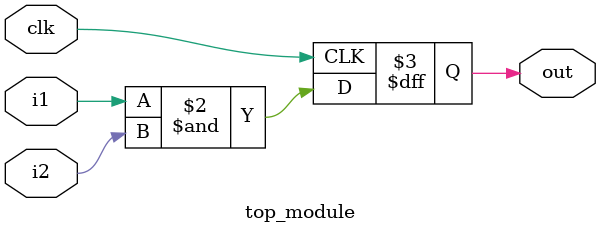
<source format=v>
module top_module (
    input clk,
    input i1,
    input i2,
    output reg out
);
    
    always @(posedge clk) begin
      out <= i1 & i2;
    end
    
endmodule
</source>
